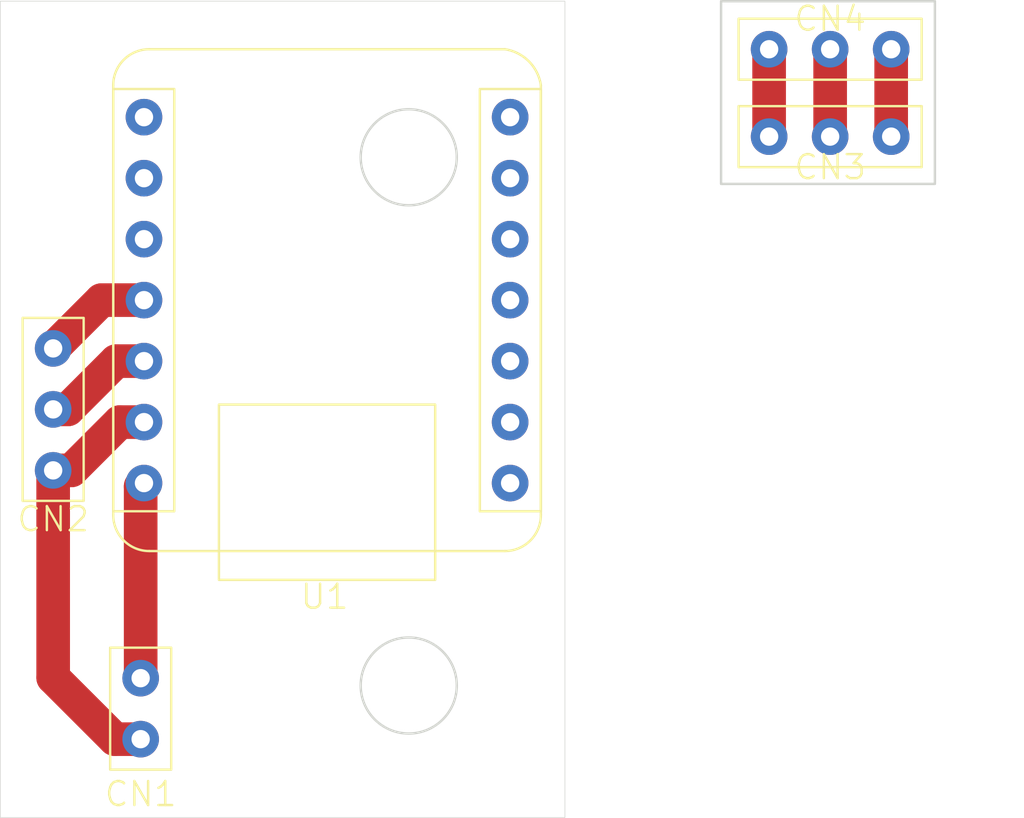
<source format=kicad_pcb>
(kicad_pcb (version 20221018) (generator pcbnew)
  (layers (0 "F.Cu" signal) (31 "B.Cu" signal) (34 "B.Paste" user) (35 "F.Paste" user) (36 "B.SilkS" user "B.Silkscreen") (37 "F.SilkS" user "F.Silkscreen") (38 "B.Mask" user) (39 "F.Mask" user) (44 "Edge.Cuts" user))
  (net 0 "")
  (net 1 "GND")
  (net 2 "VCC")
  (net 3 "Net-(U1-3.3V)")
  (net 4 "Net-(U1-MOSI)")
  (net 15 "Net-(CN3-Pad1)")
  (net 16 "Net-(CN3-Pad2)")
  (net 17 "Net-(CN3-Pad3)")
  (footprint "HygroB1:AdafruitQtPy_ESP32-S2" (layer "F.Cu") (at 43.6 32.45 180)
    (fp_text reference "U1" (at 0.1 -12.35 unlocked) (layer "F.SilkS") (effects (font (thickness 0.1))))
    (fp_text value "QtPy ESP32")
    (fp_line (start -8.9 -8.95) (end -8.9 8.95) (stroke (width 0.1)) (layer "F.SilkS"))
    (fp_line (start -7.4 -10.45) (end 7.4 -10.45) (stroke (width 0.1)) (layer "F.SilkS"))
    (fp_line (start -7.4 10.45) (end 7.4 10.45) (stroke (width 0.1)) (layer "F.SilkS"))
    (fp_line (start 8.9 -8.95) (end 8.9 8.95) (stroke (width 0.1)) (layer "F.SilkS"))
    (fp_rect (start -8.9 -8.793) (end -6.36 8.793) (stroke (width 0.1)) (fill none) (layer "F.SilkS"))
    (fp_rect (start -4.5 -11.65) (end 4.5 -4.35) (stroke (width 0.1)) (fill none) (layer "F.SilkS"))
    (fp_rect (start 6.36 -8.793) (end 8.9 8.793) (stroke (width 0.1)) (fill none) (layer "F.SilkS"))
    (fp_arc (start -8.9 -8.95) (mid -8.460661 -10.010661) (end -7.4 -10.45) (stroke (width 0.1)) (layer "F.SilkS"))
    (fp_arc (start -7.4 10.45) (mid -8.397299 9.947299) (end -8.9 8.95) (stroke (width 0.1)) (layer "F.SilkS"))
    (fp_arc (start 7.4 -10.45) (mid 8.46066 -10.01066) (end 8.9 -8.95) (stroke (width 0.1)) (layer "F.SilkS"))
    (fp_arc (start 8.9 8.95) (mid 8.46066 10.01066) (end 7.4 10.45) (stroke (width 0.1)) (layer "F.SilkS"))
    (pad "0" thru_hole circle (at 7.62 -7.62 180) (size 1.524 1.524) (drill 0.762) (layers "*.Cu" "*.Mask") (net 2 "VCC"))
    (pad "2" thru_hole circle (at 7.62 -5.08 180) (size 1.524 1.524) (drill 0.762) (layers "*.Cu" "*.Mask") (net 1 "GND"))
    (pad "3" thru_hole circle (at 7.62 -2.54 180) (size 1.524 1.524) (drill 0.762) (layers "*.Cu" "*.Mask") (net 3 "Net-(U1-3.3V)"))
    (pad "5" thru_hole circle (at -7.62 7.62 180) (size 1.524 1.524) (drill 0.762) (layers "*.Cu" "*.Mask"))
    (pad "6" thru_hole circle (at -7.62 5.08 180) (size 1.524 1.524) (drill 0.762) (layers "*.Cu" "*.Mask"))
    (pad "7" thru_hole circle (at -7.62 2.54 180) (size 1.524 1.524) (drill 0.762) (layers "*.Cu" "*.Mask"))
    (pad "8" thru_hole circle (at -7.62 0 180) (size 1.524 1.524) (drill 0.762) (layers "*.Cu" "*.Mask"))
    (pad "9" thru_hole circle (at -7.62 -2.54 180) (size 1.524 1.524) (drill 0.762) (layers "*.Cu" "*.Mask"))
    (pad "16" thru_hole circle (at 7.62 7.62 180) (size 1.524 1.524) (drill 0.762) (layers "*.Cu" "*.Mask"))
    (pad "17" thru_hole circle (at -7.62 -5.08 180) (size 1.524 1.524) (drill 0.762) (layers "*.Cu" "*.Mask"))
    (pad "18" thru_hole circle (at -7.62 -7.62 180) (size 1.524 1.524) (drill 0.762) (layers "*.Cu" "*.Mask"))
    (pad "35" thru_hole circle (at 7.62 0 180) (size 1.524 1.524) (drill 0.762) (layers "*.Cu" "*.Mask") (net 4 "Net-(U1-MOSI)"))
    (pad "36" thru_hole circle (at 7.62 5.08 180) (size 1.524 1.524) (drill 0.762) (layers "*.Cu" "*.Mask"))
    (pad "37" thru_hole circle (at 7.62 2.54 180) (size 1.524 1.524) (drill 0.762) (layers "*.Cu" "*.Mask"))
  )
  (footprint "HygroB1:FemHeader-3x1" (layer "F.Cu") (at 64.54 22 -90)
    (fp_text reference "CN4" (at -1.27 0 unlocked) (layer "F.SilkS") (effects (font (thickness 0.1))))
    (fp_text value "~")
    (fp_rect (start -1.27 -3.81) (end 1.27 3.81) (stroke (width 0.1)) (fill none) (layer "F.SilkS"))
    (pad "1" thru_hole circle (at 0 -2.54 270) (size 1.524 1.524) (drill 0.762) (layers "*.Cu" "*.Mask") (net 17 "Net-(CN3-Pad3)"))
    (pad "2" thru_hole circle (at 0 0 270) (size 1.524 1.524) (drill 0.762) (layers "*.Cu" "*.Mask") (net 16 "Net-(CN3-Pad2)"))
    (pad "3" thru_hole circle (at 0 2.54 270) (size 1.524 1.524) (drill 0.762) (layers "*.Cu" "*.Mask") (net 15 "Net-(CN3-Pad1)"))
  )
  (footprint "HygroB1:FemHeader-3x1" (layer "F.Cu") (at 32.2 37 180)
    (fp_text reference "CN2" (at 0 -4.572 unlocked) (layer "F.SilkS") (effects (font (thickness 0.1))))
    (fp_text value "Sensor")
    (fp_rect (start -1.27 -3.81) (end 1.27 3.81) (stroke (width 0.1)) (fill none) (layer "F.SilkS"))
    (pad "1" thru_hole circle (at 0 -2.54 180) (size 1.524 1.524) (drill 0.762) (layers "*.Cu" "*.Mask") (net 1 "GND"))
    (pad "2" thru_hole circle (at 0 0 180) (size 1.524 1.524) (drill 0.762) (layers "*.Cu" "*.Mask") (net 3 "Net-(U1-3.3V)"))
    (pad "3" thru_hole circle (at 0 2.54 180) (size 1.524 1.524) (drill 0.762) (layers "*.Cu" "*.Mask") (net 4 "Net-(U1-MOSI)"))
  )
  (footprint "HygroB1:FemHeader-2x1" (layer "F.Cu") (at 35.842 49.464 180)
    (fp_text reference "CN1" (at 0 -3.556 unlocked) (layer "F.SilkS") (effects (font (thickness 0.1))))
    (fp_text value "Battery")
    (fp_rect (start -1.27 -2.54) (end 1.27 2.54) (stroke (width 0.1)) (fill none) (layer "F.SilkS"))
    (pad "1" thru_hole circle (at 0 -1.27 180) (size 1.524 1.524) (drill 0.762) (layers "*.Cu" "*.Mask") (net 1 "GND"))
    (pad "2" thru_hole circle (at 0 1.27 180) (size 1.524 1.524) (drill 0.762) (layers "*.Cu" "*.Mask") (net 2 "VCC"))
  )
  (footprint "HygroB1:FemHeader-3x1" (layer "F.Cu") (at 64.54 25.64 90)
    (fp_text reference "CN3" (at -1.27 0 unlocked) (layer "F.SilkS") (effects (font (thickness 0.1))))
    (fp_text value "~")
    (fp_rect (start -1.27 -3.81) (end 1.27 3.81) (stroke (width 0.1)) (fill none) (layer "F.SilkS"))
    (pad "1" thru_hole circle (at 0 -2.54 90) (size 1.524 1.524) (drill 0.762) (layers "*.Cu" "*.Mask") (net 15 "Net-(CN3-Pad1)"))
    (pad "2" thru_hole circle (at 0 0 90) (size 1.524 1.524) (drill 0.762) (layers "*.Cu" "*.Mask") (net 16 "Net-(CN3-Pad2)"))
    (pad "3" thru_hole circle (at 0 2.54 90) (size 1.524 1.524) (drill 0.762) (layers "*.Cu" "*.Mask") (net 17 "Net-(CN3-Pad3)"))
  )
  (gr_circle (center 47 26.5) (end 49 26.5) (stroke (width 0.1)) (fill none) (layer "Edge.Cuts"))
  (gr_circle (center 47 48.5) (end 49 48.5) (stroke (width 0.1)) (fill none) (layer "Edge.Cuts"))
  (gr_rect (start 30 20) (end 53.5 54) (stroke (width 0.0254)) (fill none) (layer "Edge.Cuts"))
  (gr_rect (start 60 20) (end 68.9 27.61) (stroke (width 0.1)) (fill none) (layer "Edge.Cuts"))
  (segment (start 34.76437 50.734) (end 32.2 48.16963) (width 1.4) (layer "F.Cu") (net 1))
  (segment (start 32.959006 39.54) (end 32.2 39.54) (width 1.4) (layer "F.Cu") (net 1))
  (segment (start 35.98 37.53) (end 34.969006 37.53) (width 1.4) (layer "F.Cu") (net 1))
  (segment (start 34.969006 37.53) (end 32.959006 39.54) (width 1.4) (layer "F.Cu") (net 1))
  (segment (start 32.2 48.16963) (end 32.2 39.54) (width 1.4) (layer "F.Cu") (net 1))
  (segment (start 35.842 50.734) (end 34.76437 50.734) (width 1.4) (layer "F.Cu") (net 1))
  (segment (start 35.842 40.208) (end 35.98 40.07) (width 1.4) (layer "F.Cu") (net 2))
  (segment (start 35.842 48.194) (end 35.842 40.208) (width 1.4) (layer "F.Cu") (net 2))
  (segment (start 34.822 34.99) (end 32.812 37) (width 1.4) (layer "F.Cu") (net 3))
  (segment (start 35.98 34.99) (end 34.822 34.99) (width 1.4) (layer "F.Cu") (net 3))
  (segment (start 32.812 37) (end 32.2 37) (width 1.4) (layer "F.Cu") (net 3))
  (segment (start 34.21 32.45) (end 32.2 34.46) (width 1.4) (layer "F.Cu") (net 4))
  (segment (start 35.98 32.45) (end 34.21 32.45) (width 1.4) (layer "F.Cu") (net 4))
  (segment (start 62 25.64) (end 62 22) (width 1.4) (layer "F.Cu") (net 15))
  (segment (start 64.54 25.64) (end 64.54 22) (width 1.4) (layer "F.Cu") (net 16))
  (segment (start 67.08 25.64) (end 67.08 22) (width 1.4) (layer "F.Cu") (net 17))
)
</source>
